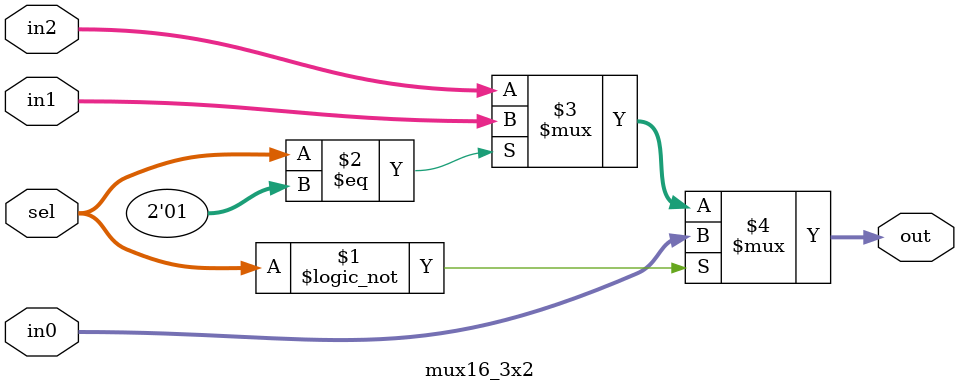
<source format=v>
`timescale 1ns / 1ps

module  mux16_3x2(
    in0,
    in1, 
    in2,
    sel,
    out      
    );

    input wire [15:0] in0;
    input wire [15:0] in1;
    input wire [15:0] in2;
    input wire [1:0] sel;

    output wire [15:0] out;

    assign out = (sel == 2'b00) ? in0 : (sel == 2'b01) ? in1 : in2;

endmodule

</source>
